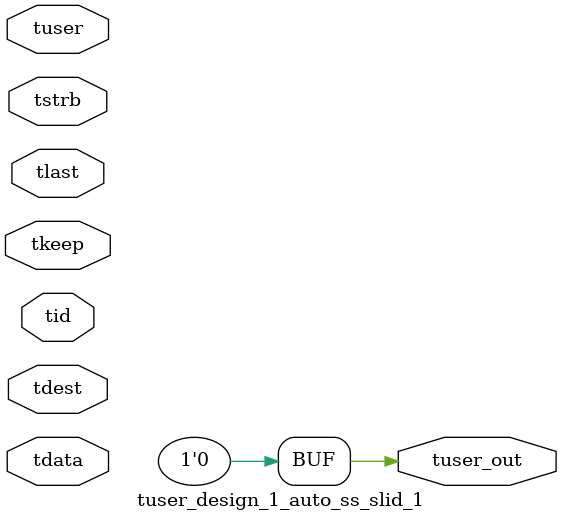
<source format=v>


`timescale 1ps/1ps

module tuser_design_1_auto_ss_slid_1 #
(
parameter C_S_AXIS_TUSER_WIDTH = 1,
parameter C_S_AXIS_TDATA_WIDTH = 32,
parameter C_S_AXIS_TID_WIDTH   = 0,
parameter C_S_AXIS_TDEST_WIDTH = 0,
parameter C_M_AXIS_TUSER_WIDTH = 1
)
(
input  [(C_S_AXIS_TUSER_WIDTH == 0 ? 1 : C_S_AXIS_TUSER_WIDTH)-1:0     ] tuser,
input  [(C_S_AXIS_TDATA_WIDTH == 0 ? 1 : C_S_AXIS_TDATA_WIDTH)-1:0     ] tdata,
input  [(C_S_AXIS_TID_WIDTH   == 0 ? 1 : C_S_AXIS_TID_WIDTH)-1:0       ] tid,
input  [(C_S_AXIS_TDEST_WIDTH == 0 ? 1 : C_S_AXIS_TDEST_WIDTH)-1:0     ] tdest,
input  [(C_S_AXIS_TDATA_WIDTH/8)-1:0 ] tkeep,
input  [(C_S_AXIS_TDATA_WIDTH/8)-1:0 ] tstrb,
input                                                                    tlast,
output [C_M_AXIS_TUSER_WIDTH-1:0] tuser_out
);

assign tuser_out = {1'b0};

endmodule


</source>
